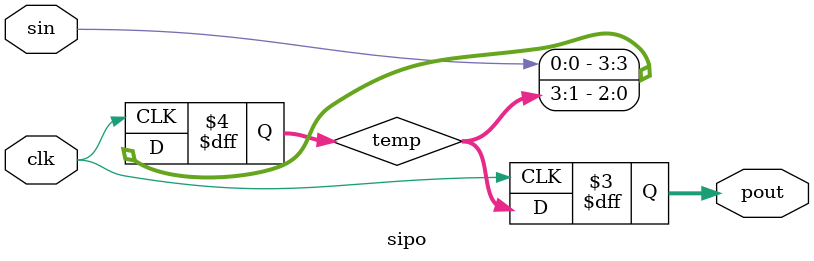
<source format=v>
module sipo(clk, sin, pout);

input clk, sin;
output [3:0] pout;
reg [3:0] temp;
reg [3:0] pout;

always @(posedge clk)

begin

    temp <= temp >> 1;
	temp[3] <= sin;
	pout = temp;

end

endmodule

</source>
